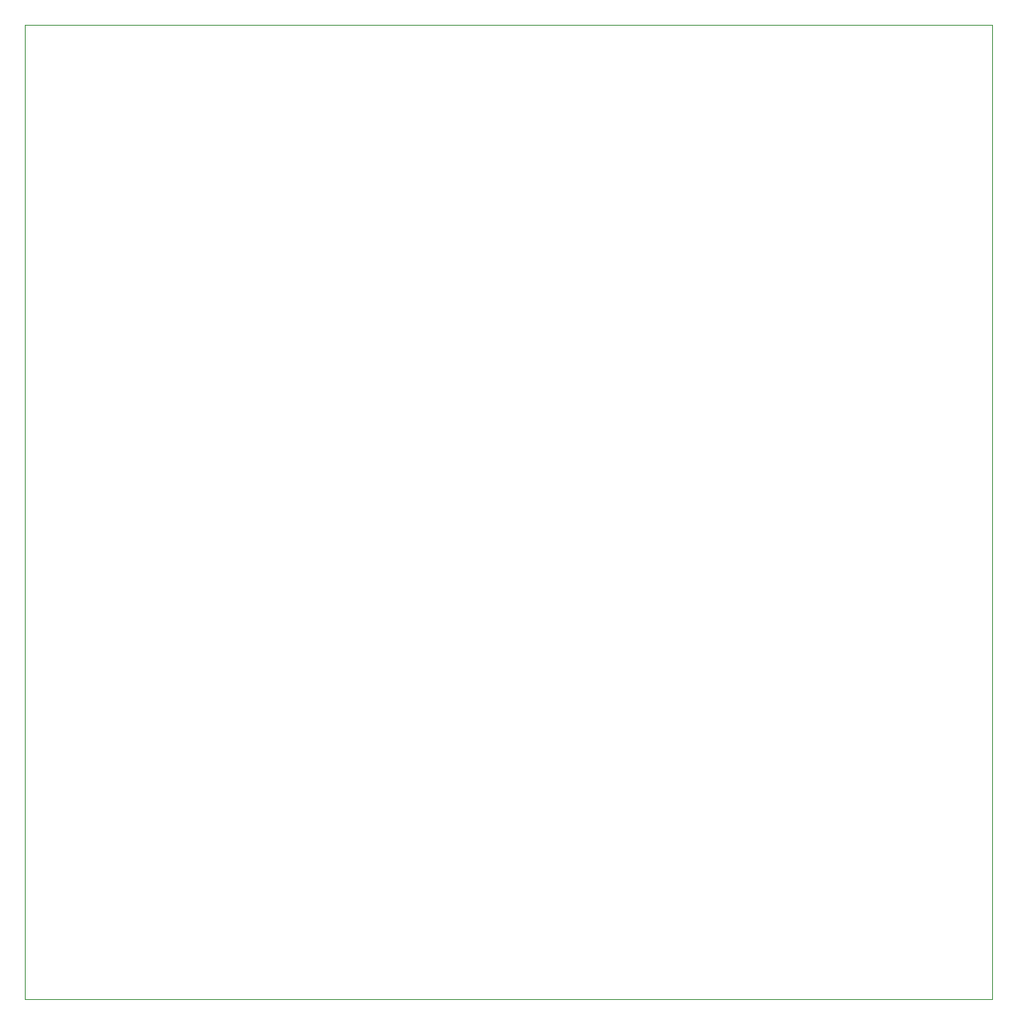
<source format=gbr>
%TF.GenerationSoftware,KiCad,Pcbnew,(6.0.10)*%
%TF.CreationDate,2023-01-27T04:18:18-05:00*%
%TF.ProjectId,vehicle-can-collector,76656869-636c-4652-9d63-616e2d636f6c,rev?*%
%TF.SameCoordinates,Original*%
%TF.FileFunction,Profile,NP*%
%FSLAX46Y46*%
G04 Gerber Fmt 4.6, Leading zero omitted, Abs format (unit mm)*
G04 Created by KiCad (PCBNEW (6.0.10)) date 2023-01-27 04:18:18*
%MOMM*%
%LPD*%
G01*
G04 APERTURE LIST*
%TA.AperFunction,Profile*%
%ADD10C,0.100000*%
%TD*%
G04 APERTURE END LIST*
D10*
X71120000Y-39370000D02*
X173355000Y-39370000D01*
X173355000Y-39370000D02*
X173355000Y-142240000D01*
X173355000Y-142240000D02*
X71120000Y-142240000D01*
X71120000Y-142240000D02*
X71120000Y-39370000D01*
M02*

</source>
